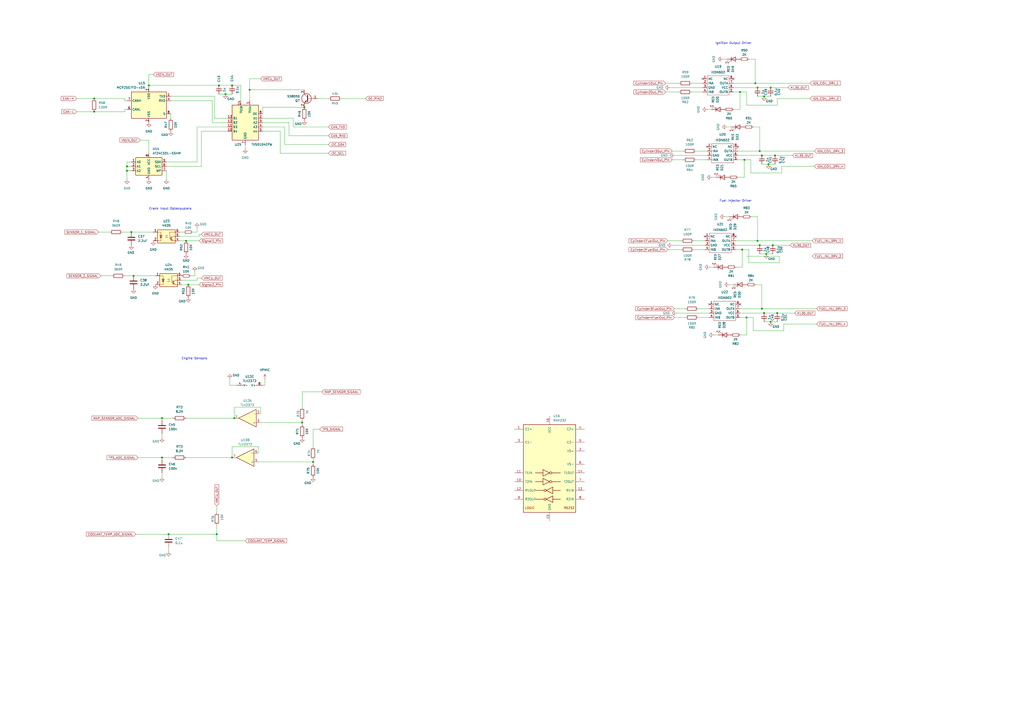
<source format=kicad_sch>
(kicad_sch (version 20250114) (generator "eeschema") (generator_version "9.0")
  (paper "A2")
  (lib_symbols
    (symbol "Amplifier_Operational:TLV2372" (pin_names (offset 0.127))
      (property "Reference" "U" (at 0 5.08 0))
      (property "Value" "TLV2372" (at 0 -5.08 0))
      (symbol "TLV2372_1_1"
        (pin input line (at -7.62 2.54 0) (length 2.54) (name "+") (number "3"))
        (pin input line (at -7.62 -2.54 0) (length 2.54) (name "-") (number "2"))
        (pin output line (at 7.62 0 180) (length 2.54) (name "~") (number "1"))
      )
      (symbol "TLV2372_2_1"
        (pin input line (at -7.62 2.54 0) (length 2.54) (name "+") (number "5"))
        (pin input line (at -7.62 -2.54 0) (length 2.54) (name "-") (number "6"))
        (pin output line (at 7.62 0 180) (length 2.54) (name "~") (number "7"))
      )
      (symbol "TLV2372_3_1"
        (pin power_in line (at -2.54 7.62 270) (length 3.81) (name "V+") (number "8"))
        (pin power_in line (at -2.54 -7.62 90) (length 3.81) (name "V-") (number "4"))
      )
    )
    (symbol "Device:C" (pin_numbers (hide yes)) (pin_names (offset 0.254))
      (property "Reference" "C" (at 0.635 2.54 0))
      (property "Value" "C" (at 0.635 -2.54 0))
      (symbol "C_1_1"
        (pin passive line (at 0 3.81 270) (length 2.794) (name "~") (number "1"))
        (pin passive line (at 0 -3.81 90) (length 2.794) (name "~") (number "2"))
      )
    )
    (symbol "Device:C_Small" (pin_numbers (hide yes)) (pin_names (offset 0.254) (hide yes))
      (property "Reference" "C" (at 0.254 1.778 0))
      (property "Value" "C_Small" (at 0.254 -2.032 0))
      (symbol "C_Small_1_1"
        (pin passive line (at 0 2.54 270) (length 2.032) (name "~") (number "1"))
        (pin passive line (at 0 -2.54 90) (length 2.032) (name "~") (number "2"))
      )
    )
    (symbol "Device:LED" (pin_numbers (hide yes)) (pin_names (offset 1.016) (hide yes))
      (property "Reference" "D" (at 0 2.54 0))
      (property "Value" "LED" (at 0 -2.54 0))
      (symbol "LED_1_1"
        (pin passive line (at -3.81 0 0) (length 2.54) (name "K") (number "1"))
        (pin passive line (at 3.81 0 180) (length 2.54) (name "A") (number "2"))
      )
    )
    (symbol "Device:R" (pin_numbers (hide yes)) (pin_names (offset 0))
      (property "Reference" "R" (at 2.032 0 90))
      (property "Value" "R" (at 0 0 90))
      (symbol "R_1_1"
        (pin passive line (at 0 3.81 270) (length 1.27) (name "~") (number "1"))
        (pin passive line (at 0 -3.81 90) (length 1.27) (name "~") (number "2"))
      )
    )
    (symbol "Device:R_Small" (pin_numbers (hide yes)) (pin_names (offset 0.254) (hide yes))
      (property "Reference" "R" (at 0.762 0.508 0))
      (property "Value" "R_Small" (at 0.762 -1.016 0))
      (symbol "R_Small_1_1"
        (pin passive line (at 0 2.54 270) (length 0.762) (name "~") (number "1"))
        (pin passive line (at 0 -2.54 90) (length 0.762) (name "~") (number "2"))
      )
    )
    (symbol "Interface_CAN_LIN:MCP2557FD-xSN"
      (property "Reference" "U" (at -10.16 10.16 0))
      (property "Value" "MCP2557FD-xSN" (at 2.54 10.16 0))
      (symbol "MCP2557FD-xSN_1_1"
        (pin input line (at -12.7 5.08 0) (length 2.54) (name "TXD") (number "1"))
        (pin output line (at -12.7 2.54 0) (length 2.54) (name "RXD") (number "4"))
        (pin input line (at -12.7 -5.08 0) (length 2.54) (name "S") (number "8"))
        (pin no_connect line (at -10.16 -2.54 0) (length 2.54) (hide yes) (name "NC") (number "5"))
        (pin power_in line (at 0 10.16 270) (length 2.54) (name "VDD") (number "3"))
        (pin power_in line (at 0 -10.16 90) (length 2.54) (name "VSS") (number "2"))
        (pin bidirectional line (at 12.7 2.54 180) (length 2.54) (name "CANH") (number "7"))
        (pin bidirectional line (at 12.7 -2.54 180) (length 2.54) (name "CANL") (number "6"))
      )
    )
    (symbol "Interface_UART:MAX232" (pin_names (offset 1.016))
      (property "Reference" "U" (at -2.54 28.575 0))
      (property "Value" "MAX232" (at -2.54 26.67 0))
      (symbol "MAX232_0_0"
        (text "LOGIC" (at -11.43 -22.86 0) (effects (font (size 1.27 1.27))))
        (text "RS232" (at 11.43 -22.86 0) (effects (font (size 1.27 1.27))))
      )
      (symbol "MAX232_1_1"
        (pin passive line (at -20.32 22.86 0) (length 5.08) (name "C1+") (number "1"))
        (pin passive line (at -20.32 15.24 0) (length 5.08) (name "C1-") (number "3"))
        (pin input line (at -20.32 -2.54 0) (length 5.08) (name "T1IN") (number "11"))
        (pin input line (at -20.32 -7.62 0) (length 5.08) (name "T2IN") (number "10"))
        (pin output line (at -20.32 -12.7 0) (length 5.08) (name "R1OUT") (number "12"))
        (pin output line (at -20.32 -17.78 0) (length 5.08) (name "R2OUT") (number "9"))
        (pin power_in line (at 0 30.48 270) (length 5.08) (name "VCC") (number "16"))
        (pin power_in line (at 0 -30.48 90) (length 5.08) (name "GND") (number "15"))
        (pin passive line (at 20.32 22.86 180) (length 5.08) (name "C2+") (number "4"))
        (pin passive line (at 20.32 15.24 180) (length 5.08) (name "C2-") (number "5"))
        (pin power_out line (at 20.32 10.16 180) (length 5.08) (name "VS+") (number "2"))
        (pin power_out line (at 20.32 2.54 180) (length 5.08) (name "VS-") (number "6"))
        (pin output line (at 20.32 -2.54 180) (length 5.08) (name "T1OUT") (number "14"))
        (pin output line (at 20.32 -7.62 180) (length 5.08) (name "T2OUT") (number "7"))
        (pin input line (at 20.32 -12.7 180) (length 5.08) (name "R1IN") (number "13"))
        (pin input line (at 20.32 -17.78 180) (length 5.08) (name "R2IN") (number "8"))
      )
    )
    (symbol "Isolator:4N35" (pin_names (offset 1.016))
      (property "Reference" "U" (at -5.08 5.08 0))
      (property "Value" "4N35" (at 0 5.08 0))
      (symbol "4N35_1_1"
        (pin passive line (at -7.62 2.54 0) (length 2.54) (name "~") (number "1"))
        (pin passive line (at -7.62 -2.54 0) (length 2.54) (name "~") (number "2"))
        (pin no_connect line (at -5.08 0 0) (length 2.54) (hide yes) (name "NC") (number "3"))
        (pin passive line (at 7.62 2.54 180) (length 2.54) (name "~") (number "6"))
        (pin passive line (at 7.62 0 180) (length 2.54) (name "~") (number "5"))
        (pin passive line (at 7.62 -2.54 180) (length 2.54) (name "~") (number "4"))
      )
    )
    (symbol "Library_sym.pretty:IXDN602SIA"
      (property "Reference" "U" (at 0 -6.858 0))
      (symbol "IXDN602SIA_1_1"
        (pin passive line (at -8.89 3.81 0) (length 2.54) (name "NC") (number "1"))
        (pin passive line (at -8.89 1.27 0) (length 2.54) (name "INA") (number "2"))
        (pin passive line (at -8.89 -1.27 0) (length 2.54) (name "GND") (number "3"))
        (pin passive line (at -8.89 -3.81 0) (length 2.54) (name "INB") (number "4"))
        (pin passive line (at 8.89 3.81 180) (length 2.54) (name "NC") (number "8"))
        (pin passive line (at 8.89 1.27 180) (length 2.54) (name "OUTA") (number "7"))
        (pin passive line (at 8.89 -1.27 180) (length 2.54) (name "VCC") (number "6"))
        (pin passive line (at 8.89 -3.81 180) (length 2.54) (name "OUTB") (number "5"))
      )
    )
    (symbol "Logic_LevelTranslator:TXS0104EPW"
      (property "Reference" "U" (at -7.62 11.43 0))
      (property "Value" "TXS0104EPW" (at 3.81 11.43 0))
      (symbol "TXS0104EPW_1_0"
        (pin no_connect line (at -7.62 -7.62 0) (length 2.54) (hide yes) (name "NC") (number "6"))
        (pin no_connect line (at 7.62 -7.62 180) (length 2.54) (hide yes) (name "NC") (number "9"))
      )
      (symbol "TXS0104EPW_1_1"
        (pin input line (at -10.16 5.08 0) (length 2.54) (name "OE") (number "8"))
        (pin bidirectional line (at -10.16 2.54 0) (length 2.54) (name "A1") (number "2"))
        (pin bidirectional line (at -10.16 0 0) (length 2.54) (name "A2") (number "3"))
        (pin bidirectional line (at -10.16 -2.54 0) (length 2.54) (name "A3") (number "4"))
        (pin bidirectional line (at -10.16 -5.08 0) (length 2.54) (name "A4") (number "5"))
        (pin power_in line (at -2.54 12.7 270) (length 2.54) (name "V_{CCA}") (number "1"))
        (pin power_in line (at 0 -12.7 90) (length 2.54) (name "GND") (number "7"))
        (pin power_in line (at 2.54 12.7 270) (length 2.54) (name "V_{CCB}") (number "14"))
        (pin bidirectional line (at 10.16 2.54 180) (length 2.54) (name "B1") (number "13"))
        (pin bidirectional line (at 10.16 0 180) (length 2.54) (name "B2") (number "12"))
        (pin bidirectional line (at 10.16 -2.54 180) (length 2.54) (name "B3") (number "11"))
        (pin bidirectional line (at 10.16 -5.08 180) (length 2.54) (name "B4") (number "10"))
      )
    )
    (symbol "Memory_EEPROM:AT24CS01-SSHM"
      (property "Reference" "U" (at -7.62 6.35 0))
      (property "Value" "AT24CS01-SSHM" (at 2.54 -6.35 0))
      (symbol "AT24CS01-SSHM_1_1"
        (pin input line (at -10.16 2.54 0) (length 2.54) (name "A0") (number "1"))
        (pin input line (at -10.16 0 0) (length 2.54) (name "A1") (number "2"))
        (pin input line (at -10.16 -2.54 0) (length 2.54) (name "A2") (number "3"))
        (pin power_in line (at 0 7.62 270) (length 2.54) (name "VCC") (number "8"))
        (pin power_in line (at 0 -7.62 90) (length 2.54) (name "GND") (number "4"))
        (pin bidirectional line (at 10.16 2.54 180) (length 2.54) (name "SDA") (number "5"))
        (pin input line (at 10.16 0 180) (length 2.54) (name "SCL") (number "6"))
        (pin input line (at 10.16 -2.54 180) (length 2.54) (name "WP") (number "7"))
      )
    )
    (symbol "Transistor_BJT:SS8050" (pin_names (offset 0) (hide yes))
      (property "Reference" "Q" (at 5.08 1.905 0))
      (property "Value" "SS8050" (at 5.08 0 0))
      (symbol "SS8050_1_1"
        (pin input line (at -5.08 0 0) (length 2.54) (name "B") (number "1"))
        (pin passive line (at 2.54 5.08 270) (length 2.54) (name "C") (number "3"))
        (pin passive line (at 2.54 -5.08 90) (length 2.54) (name "E") (number "2"))
      )
    )
    (symbol "power:+5VP" (power) (pin_numbers (hide yes)) (pin_names (offset 0) (hide yes))
      (property "Value" "+5VP" (at 0 3.556 0))
      (symbol "+5VP_1_1"
        (pin power_in line (at 0 0 90) (length 0) (name "~") (number "1"))
      )
    )
    (symbol "power:GND" (power) (pin_numbers (hide yes)) (pin_names (offset 0) (hide yes))
      (property "Value" "GND" (at 0 -3.81 0))
      (symbol "GND_1_1"
        (pin power_in line (at 0 0 270) (length 0) (name "~") (number "1"))
      )
    )
  )
  (text "Crank Input Optocouplers" (at 98.806 121.158 0) (effects (font (size 1.27 1.27))))
  (text "Fuel Injector Driver" (at 426.72 116.586 0) (effects (font (size 1.27 1.27))))
  (text "Engine Sensors" (at 112.776 208.026 0) (effects (font (size 1.27 1.27))))
  (text "Ignition Output Driver" (at 425.45 25.146 0) (effects (font (size 1.27 1.27))))
  (junction (at 181.61 267.97))
  (junction (at 445.77 95.25))
  (junction (at 450.85 181.61))
  (junction (at 135.89 242.57))
  (junction (at 109.22 165.1))
  (junction (at 443.23 181.61))
  (junction (at 176.53 62.23))
  (junction (at 54.61 64.77))
  (junction (at 439.42 50.8))
  (junction (at 438.15 48.26))
  (junction (at 441.96 179.07))
  (junction (at 444.5 147.32))
  (junction (at 440.69 142.24))
  (junction (at 76.2 134.62))
  (junction (at 97.79 309.88))
  (junction (at 134.62 265.43))
  (junction (at 93.98 242.57))
  (junction (at 441.96 90.17))
  (junction (at 429.26 53.34))
  (junction (at 134.62 49.53))
  (junction (at 127 49.53))
  (junction (at 144.78 52.07))
  (junction (at 447.04 186.69))
  (junction (at 175.26 245.11))
  (junction (at 77.47 160.02))
  (junction (at 430.53 144.78))
  (junction (at 440.69 87.63))
  (junction (at 443.23 55.88))
  (junction (at 447.04 50.8))
  (junction (at 73.66 99.06))
  (junction (at 73.66 96.52))
  (junction (at 125.73 309.88))
  (junction (at 433.07 184.15))
  (junction (at 107.95 139.7))
  (junction (at 54.61 57.15))
  (junction (at 130.81 54.61))
  (junction (at 86.36 49.53))
  (junction (at 439.42 139.7))
  (junction (at 93.98 265.43))
  (junction (at 431.8 92.71))
  (junction (at 448.31 142.24))
  (junction (at 449.58 90.17))
  (no_connect (at 425.45 45.72))
  (no_connect (at 410.21 85.09))
  (no_connect (at 408.94 137.16))
  (no_connect (at 411.48 176.53))
  (no_connect (at 426.72 137.16))
  (no_connect (at 427.99 85.09))
  (no_connect (at 429.26 176.53))
  (no_connect (at 407.67 45.72))
  (wire (pts (xy 453.39 96.52) (xy 472.44 96.52)))
  (wire (pts (xy 427.99 90.17) (xy 441.96 90.17)))
  (wire (pts (xy 109.22 165.1) (xy 115.57 165.1)))
  (wire (pts (xy 114.3 93.98) (xy 114.3 73.66)))
  (wire (pts (xy 438.15 165.1) (xy 441.96 165.1)))
  (wire (pts (xy 439.42 55.88) (xy 443.23 55.88)))
  (wire (pts (xy 86.36 49.53) (xy 127 49.53)))
  (wire (pts (xy 443.23 186.69) (xy 447.04 186.69)))
  (wire (pts (xy 198.12 57.15) (xy 212.09 57.15)))
  (wire (pts (xy 165.1 83.82) (xy 190.5 83.82)))
  (wire (pts (xy 448.31 142.24) (xy 458.47 142.24)))
  (wire (pts (xy 99.06 66.04) (xy 99.06 68.58)))
  (wire (pts (xy 391.16 90.17) (xy 410.21 90.17)))
  (wire (pts (xy 93.98 254) (xy 93.98 251.46)))
  (wire (pts (xy 175.26 245.11) (xy 175.26 246.38)))
  (wire (pts (xy 127 49.53) (xy 134.62 49.53)))
  (wire (pts (xy 425.45 165.1) (xy 422.91 165.1)))
  (wire (pts (xy 429.26 181.61) (xy 443.23 181.61)))
  (wire (pts (xy 134.62 259.08) (xy 134.62 265.43)))
  (wire (pts (xy 152.4 71.12) (xy 167.64 71.12)))
  (wire (pts (xy 162.56 76.2) (xy 152.4 76.2)))
  (wire (pts (xy 441.96 165.1) (xy 441.96 179.07)))
  (wire (pts (xy 93.98 242.57) (xy 93.98 243.84)))
  (wire (pts (xy 114.3 132.08) (xy 114.3 134.62)))
  (wire (pts (xy 170.18 73.66) (xy 190.5 73.66)))
  (wire (pts (xy 438.15 48.26) (xy 469.9 48.26)))
  (wire (pts (xy 440.69 147.32) (xy 444.5 147.32)))
  (wire (pts (xy 125.73 293.37) (xy 125.73 297.18)))
  (wire (pts (xy 427.99 92.71) (xy 431.8 92.71)))
  (wire (pts (xy 422.91 125.73) (xy 420.37 125.73)))
  (wire (pts (xy 104.14 134.62) (xy 106.68 134.62)))
  (wire (pts (xy 444.5 147.32) (xy 448.31 147.32)))
  (wire (pts (xy 435.61 100.33) (xy 435.61 92.71)))
  (wire (pts (xy 80.01 265.43) (xy 93.98 265.43)))
  (wire (pts (xy 144.78 52.07) (xy 176.53 52.07)))
  (wire (pts (xy 426.72 144.78) (xy 430.53 144.78)))
  (wire (pts (xy 430.53 154.94) (xy 430.53 144.78)))
  (wire (pts (xy 99.06 58.42) (xy 123.19 58.42)))
  (wire (pts (xy 427.99 102.87) (xy 431.8 102.87)))
  (wire (pts (xy 151.13 240.03) (xy 151.13 236.22)))
  (wire (pts (xy 391.16 184.15) (xy 397.51 184.15)))
  (wire (pts (xy 165.1 73.66) (xy 165.1 83.82)))
  (wire (pts (xy 76.2 134.62) (xy 88.9 134.62)))
  (wire (pts (xy 425.45 50.8) (xy 439.42 50.8)))
  (wire (pts (xy 71.12 134.62) (xy 76.2 134.62)))
  (wire (pts (xy 57.15 134.62) (xy 63.5 134.62)))
  (wire (pts (xy 115.57 137.16) (xy 104.14 137.16)))
  (wire (pts (xy 438.15 34.29) (xy 438.15 48.26)))
  (wire (pts (xy 429.26 179.07) (xy 441.96 179.07)))
  (wire (pts (xy 152.4 223.52) (xy 153.67 223.52)))
  (wire (pts (xy 127 54.61) (xy 130.81 54.61)))
  (wire (pts (xy 425.45 48.26) (xy 438.15 48.26)))
  (wire (pts (xy 436.88 191.77) (xy 436.88 184.15)))
  (wire (pts (xy 387.35 139.7) (xy 394.97 139.7)))
  (wire (pts (xy 114.3 73.66) (xy 132.08 73.66)))
  (wire (pts (xy 440.69 73.66) (xy 440.69 87.63)))
  (wire (pts (xy 124.46 55.88) (xy 124.46 68.58)))
  (wire (pts (xy 116.84 76.2) (xy 132.08 76.2)))
  (wire (pts (xy 439.42 139.7) (xy 471.17 139.7)))
  (wire (pts (xy 72.39 64.77) (xy 72.39 63.5)))
  (wire (pts (xy 453.39 96.52) (xy 453.39 100.33)))
  (wire (pts (xy 78.74 309.88) (xy 97.79 309.88)))
  (wire (pts (xy 44.45 64.77) (xy 54.61 64.77)))
  (wire (pts (xy 73.66 96.52) (xy 76.2 96.52)))
  (wire (pts (xy 123.19 58.42) (xy 123.19 71.12)))
  (wire (pts (xy 429.26 63.5) (xy 429.26 53.34)))
  (wire (pts (xy 190.5 88.9) (xy 162.56 88.9)))
  (wire (pts (xy 389.89 142.24) (xy 408.94 142.24)))
  (wire (pts (xy 426.72 154.94) (xy 430.53 154.94)))
  (wire (pts (xy 454.66 187.96) (xy 454.66 191.77)))
  (wire (pts (xy 162.56 88.9) (xy 162.56 76.2)))
  (wire (pts (xy 115.57 135.89) (xy 115.57 137.16)))
  (wire (pts (xy 452.12 152.4) (xy 434.34 152.4)))
  (wire (pts (xy 441.96 95.25) (xy 445.77 95.25)))
  (wire (pts (xy 72.39 160.02) (xy 77.47 160.02)))
  (wire (pts (xy 124.46 68.58) (xy 132.08 68.58)))
  (wire (pts (xy 86.36 43.18) (xy 86.36 49.53)))
  (wire (pts (xy 176.53 62.23) (xy 152.4 62.23)))
  (wire (pts (xy 81.28 81.28) (xy 86.36 81.28)))
  (wire (pts (xy 72.39 63.5) (xy 73.66 63.5)))
  (wire (pts (xy 77.47 160.02) (xy 90.17 160.02)))
  (wire (pts (xy 153.67 219.71) (xy 153.67 223.52)))
  (wire (pts (xy 113.03 157.48) (xy 113.03 160.02)))
  (wire (pts (xy 386.08 48.26) (xy 393.7 48.26)))
  (wire (pts (xy 107.95 242.57) (xy 135.89 242.57)))
  (wire (pts (xy 450.85 60.96) (xy 433.07 60.96)))
  (wire (pts (xy 170.18 68.58) (xy 170.18 73.66)))
  (wire (pts (xy 388.62 50.8) (xy 407.67 50.8)))
  (wire (pts (xy 441.96 90.17) (xy 449.58 90.17)))
  (wire (pts (xy 433.07 184.15) (xy 436.88 184.15)))
  (wire (pts (xy 452.12 148.59) (xy 433.07 148.59)))
  (wire (pts (xy 139.7 49.53) (xy 139.7 58.42)))
  (wire (pts (xy 445.77 95.25) (xy 449.58 95.25)))
  (wire (pts (xy 387.35 144.78) (xy 394.97 144.78)))
  (wire (pts (xy 434.34 34.29) (xy 438.15 34.29)))
  (wire (pts (xy 54.61 57.15) (xy 72.39 57.15)))
  (wire (pts (xy 54.61 64.77) (xy 72.39 64.77)))
  (wire (pts (xy 152.4 62.23) (xy 152.4 66.04)))
  (wire (pts (xy 151.13 45.72) (xy 144.78 45.72)))
  (wire (pts (xy 152.4 68.58) (xy 170.18 68.58)))
  (wire (pts (xy 402.59 139.7) (xy 408.94 139.7)))
  (wire (pts (xy 72.39 57.15) (xy 72.39 58.42)))
  (wire (pts (xy 181.61 266.7) (xy 181.61 267.97)))
  (wire (pts (xy 454.66 191.77) (xy 436.88 191.77)))
  (wire (pts (xy 403.86 92.71) (xy 410.21 92.71)))
  (wire (pts (xy 86.36 81.28) (xy 86.36 88.9)))
  (wire (pts (xy 133.35 219.71) (xy 133.35 223.52)))
  (wire (pts (xy 93.98 276.86) (xy 93.98 274.32)))
  (wire (pts (xy 405.13 179.07) (xy 411.48 179.07)))
  (wire (pts (xy 73.66 99.06) (xy 76.2 99.06)))
  (wire (pts (xy 134.62 49.53) (xy 139.7 49.53)))
  (wire (pts (xy 426.72 139.7) (xy 439.42 139.7)))
  (wire (pts (xy 443.23 55.88) (xy 447.04 55.88)))
  (wire (pts (xy 114.3 161.29) (xy 116.84 161.29)))
  (wire (pts (xy 97.79 320.04) (xy 97.79 317.5)))
  (wire (pts (xy 439.42 50.8) (xy 447.04 50.8)))
  (wire (pts (xy 450.85 57.15) (xy 469.9 57.15)))
  (wire (pts (xy 93.98 265.43) (xy 93.98 266.7)))
  (wire (pts (xy 401.32 48.26) (xy 407.67 48.26)))
  (wire (pts (xy 433.07 194.31) (xy 433.07 184.15)))
  (wire (pts (xy 431.8 102.87) (xy 431.8 92.71)))
  (wire (pts (xy 401.32 53.34) (xy 407.67 53.34)))
  (wire (pts (xy 149.86 267.97) (xy 181.61 267.97)))
  (wire (pts (xy 453.39 100.33) (xy 435.61 100.33)))
  (wire (pts (xy 104.14 139.7) (xy 107.95 139.7)))
  (wire (pts (xy 431.8 92.71) (xy 435.61 92.71)))
  (wire (pts (xy 144.78 45.72) (xy 144.78 52.07)))
  (wire (pts (xy 96.52 93.98) (xy 114.3 93.98)))
  (wire (pts (xy 97.79 309.88) (xy 125.73 309.88)))
  (wire (pts (xy 181.61 248.92) (xy 185.42 248.92)))
  (wire (pts (xy 452.12 148.59) (xy 452.12 152.4)))
  (wire (pts (xy 105.41 165.1) (xy 109.22 165.1)))
  (wire (pts (xy 454.66 187.96) (xy 473.71 187.96)))
  (wire (pts (xy 434.34 152.4) (xy 434.34 144.78)))
  (wire (pts (xy 133.35 223.52) (xy 137.16 223.52)))
  (wire (pts (xy 151.13 245.11) (xy 175.26 245.11)))
  (wire (pts (xy 96.52 99.06) (xy 96.52 104.14)))
  (wire (pts (xy 441.96 179.07) (xy 473.71 179.07)))
  (wire (pts (xy 403.86 87.63) (xy 410.21 87.63)))
  (wire (pts (xy 186.69 227.33) (xy 175.26 227.33)))
  (wire (pts (xy 175.26 243.84) (xy 175.26 245.11)))
  (wire (pts (xy 181.61 267.97) (xy 181.61 269.24)))
  (wire (pts (xy 110.49 160.02) (xy 113.03 160.02)))
  (wire (pts (xy 116.84 96.52) (xy 116.84 76.2)))
  (wire (pts (xy 429.26 194.31) (xy 433.07 194.31)))
  (wire (pts (xy 443.23 181.61) (xy 450.85 181.61)))
  (wire (pts (xy 86.36 49.53) (xy 86.36 50.8)))
  (wire (pts (xy 391.16 179.07) (xy 397.51 179.07)))
  (wire (pts (xy 72.39 58.42) (xy 73.66 58.42)))
  (wire (pts (xy 125.73 304.8) (xy 125.73 309.88)))
  (wire (pts (xy 135.89 236.22) (xy 135.89 242.57)))
  (wire (pts (xy 450.85 57.15) (xy 450.85 60.96)))
  (wire (pts (xy 149.86 262.89) (xy 149.86 259.08)))
  (wire (pts (xy 151.13 236.22) (xy 135.89 236.22)))
  (wire (pts (xy 144.78 52.07) (xy 144.78 58.42)))
  (wire (pts (xy 152.4 73.66) (xy 165.1 73.66)))
  (wire (pts (xy 389.89 87.63) (xy 396.24 87.63)))
  (wire (pts (xy 107.95 265.43) (xy 134.62 265.43)))
  (wire (pts (xy 58.42 160.02) (xy 64.77 160.02)))
  (wire (pts (xy 416.56 194.31) (xy 414.02 194.31)))
  (wire (pts (xy 175.26 227.33) (xy 175.26 236.22)))
  (wire (pts (xy 440.69 87.63) (xy 472.44 87.63)))
  (wire (pts (xy 429.26 184.15) (xy 433.07 184.15)))
  (wire (pts (xy 389.89 92.71) (xy 396.24 92.71)))
  (wire (pts (xy 426.72 142.24) (xy 440.69 142.24)))
  (wire (pts (xy 415.29 102.87) (xy 412.75 102.87)))
  (wire (pts (xy 440.69 142.24) (xy 448.31 142.24)))
  (wire (pts (xy 167.64 71.12) (xy 167.64 78.74)))
  (wire (pts (xy 425.45 53.34) (xy 429.26 53.34)))
  (wire (pts (xy 142.24 83.82) (xy 142.24 86.36)))
  (wire (pts (xy 73.66 93.98) (xy 76.2 93.98)))
  (wire (pts (xy 114.3 161.29) (xy 114.3 162.56)))
  (wire (pts (xy 414.02 154.94) (xy 411.48 154.94)))
  (wire (pts (xy 427.99 87.63) (xy 440.69 87.63)))
  (wire (pts (xy 93.98 242.57) (xy 100.33 242.57)))
  (wire (pts (xy 425.45 63.5) (xy 429.26 63.5)))
  (wire (pts (xy 125.73 309.88) (xy 125.73 313.69)))
  (wire (pts (xy 44.45 57.15) (xy 54.61 57.15)))
  (wire (pts (xy 392.43 181.61) (xy 411.48 181.61)))
  (wire (pts (xy 447.04 186.69) (xy 450.85 186.69)))
  (wire (pts (xy 167.64 78.74) (xy 190.5 78.74)))
  (wire (pts (xy 73.66 96.52) (xy 73.66 93.98)))
  (wire (pts (xy 93.98 265.43) (xy 100.33 265.43)))
  (wire (pts (xy 73.66 99.06) (xy 73.66 104.14)))
  (wire (pts (xy 433.07 60.96) (xy 433.07 53.34)))
  (wire (pts (xy 386.08 53.34) (xy 393.7 53.34)))
  (wire (pts (xy 436.88 73.66) (xy 440.69 73.66)))
  (wire (pts (xy 99.06 55.88) (xy 124.46 55.88)))
  (wire (pts (xy 424.18 73.66) (xy 421.64 73.66)))
  (wire (pts (xy 123.19 71.12) (xy 132.08 71.12)))
  (wire (pts (xy 96.52 96.52) (xy 116.84 96.52)))
  (wire (pts (xy 447.04 50.8) (xy 457.2 50.8)))
  (wire (pts (xy 125.73 313.69) (xy 142.24 313.69)))
  (wire (pts (xy 114.3 162.56) (xy 105.41 162.56)))
  (wire (pts (xy 115.57 135.89) (xy 116.84 135.89)))
  (wire (pts (xy 430.53 144.78) (xy 434.34 144.78)))
  (wire (pts (xy 111.76 134.62) (xy 114.3 134.62)))
  (wire (pts (xy 449.58 90.17) (xy 459.74 90.17)))
  (wire (pts (xy 429.26 53.34) (xy 433.07 53.34)))
  (wire (pts (xy 80.01 242.57) (xy 93.98 242.57)))
  (wire (pts (xy 88.9 43.18) (xy 86.36 43.18)))
  (wire (pts (xy 130.81 54.61) (xy 134.62 54.61)))
  (wire (pts (xy 402.59 144.78) (xy 408.94 144.78)))
  (wire (pts (xy 412.75 63.5) (xy 410.21 63.5)))
  (wire (pts (xy 439.42 125.73) (xy 439.42 139.7)))
  (wire (pts (xy 184.15 57.15) (xy 190.5 57.15)))
  (wire (pts (xy 450.85 181.61) (xy 461.01 181.61)))
  (wire (pts (xy 181.61 248.92) (xy 181.61 259.08)))
  (wire (pts (xy 134.62 259.08) (xy 149.86 259.08)))
  (wire (pts (xy 421.64 34.29) (xy 419.1 34.29)))
  (wire (pts (xy 435.61 125.73) (xy 439.42 125.73)))
  (wire (pts (xy 107.95 139.7) (xy 115.57 139.7)))
  (wire (pts (xy 73.66 99.06) (xy 73.66 96.52)))
  (wire (pts (xy 405.13 184.15) (xy 411.48 184.15)))
  (global_label "TPS_ADC_SIGNAL" (shape input) (at 80.01 265.43 180) (property "Intersheetrefs" "${INTERSHEET_REFS}" (effects (hide yes))))
  (global_label "FUEL_INJ_DRV_3" (shape input) (at 473.71 179.07 0) (property "Intersheetrefs" "${INTERSHEET_REFS}" (effects (hide yes))))
  (global_label "IGN_COIL_DRV_4" (shape input) (at 472.44 96.52 0) (property "Intersheetrefs" "${INTERSHEET_REFS}" (effects (hide yes))))
  (global_label "COOLANT_TEMP_ADC_SIGNAL" (shape input) (at 78.74 309.88 180) (property "Intersheetrefs" "${INTERSHEET_REFS}" (effects (hide yes))))
  (global_label "VSEN_OUT" (shape input) (at 81.28 81.28 180) (property "Intersheetrefs" "${INTERSHEET_REFS}" (effects (hide yes))))
  (global_label "VMCU_OUT" (shape input) (at 125.73 293.37 90) (property "Intersheetrefs" "${INTERSHEET_REFS}" (effects (hide yes))))
  (global_label "CAN-L" (shape input) (at 44.45 64.77 180) (property "Intersheetrefs" "${INTERSHEET_REFS}" (effects (hide yes))))
  (global_label "VMCU_OUT" (shape input) (at 116.84 135.89 0) (property "Intersheetrefs" "${INTERSHEET_REFS}" (effects (hide yes))))
  (global_label "Cylinder1Out_Pin" (shape input) (at 386.08 48.26 180) (property "Intersheetrefs" "${INTERSHEET_REFS}" (effects (hide yes))))
  (global_label "Cylinder2Out_Pin" (shape input) (at 386.08 53.34 180) (property "Intersheetrefs" "${INTERSHEET_REFS}" (effects (hide yes))))
  (global_label "FUEL_INJ_DRV_4" (shape input) (at 473.71 187.96 0) (property "Intersheetrefs" "${INTERSHEET_REFS}" (effects (hide yes))))
  (global_label "TPS_SIGNAL" (shape input) (at 185.42 248.92 0) (property "Intersheetrefs" "${INTERSHEET_REFS}" (effects (hide yes))))
  (global_label "Signal2_Pin" (shape input) (at 115.57 165.1 0) (property "Intersheetrefs" "${INTERSHEET_REFS}" (effects (hide yes))))
  (global_label "Cylinder3Out_Pin" (shape input) (at 389.89 87.63 180) (property "Intersheetrefs" "${INTERSHEET_REFS}" (effects (hide yes))))
  (global_label "Cylinder2FuelOut_Pin" (shape input) (at 387.35 144.78 180) (property "Intersheetrefs" "${INTERSHEET_REFS}" (effects (hide yes))))
  (global_label "IGN_COIL_DRV_2" (shape input) (at 469.9 57.15 0) (property "Intersheetrefs" "${INTERSHEET_REFS}" (effects (hide yes))))
  (global_label "CAN_TXD" (shape input) (at 190.5 73.66 0) (property "Intersheetrefs" "${INTERSHEET_REFS}" (effects (hide yes))))
  (global_label "I2C_SCL" (shape input) (at 190.5 88.9 0) (property "Intersheetrefs" "${INTERSHEET_REFS}" (effects (hide yes))))
  (global_label "KL30_OUT" (shape input) (at 461.01 181.61 0) (property "Intersheetrefs" "${INTERSHEET_REFS}" (effects (hide yes))))
  (global_label "Cylinder3FuelOut_Pin" (shape input) (at 391.16 179.07 180) (property "Intersheetrefs" "${INTERSHEET_REFS}" (effects (hide yes))))
  (global_label "Cylinder4Out_Pin" (shape input) (at 389.89 92.71 180) (property "Intersheetrefs" "${INTERSHEET_REFS}" (effects (hide yes))))
  (global_label "Signal1_Pin" (shape input) (at 115.57 139.7 0) (property "Intersheetrefs" "${INTERSHEET_REFS}" (effects (hide yes))))
  (global_label "I2C_SDA" (shape input) (at 190.5 83.82 0) (property "Intersheetrefs" "${INTERSHEET_REFS}" (effects (hide yes))))
  (global_label "MAP_SENSOR_SIGNAL" (shape input) (at 186.69 227.33 0) (property "Intersheetrefs" "${INTERSHEET_REFS}" (effects (hide yes))))
  (global_label "CAN_RXD" (shape input) (at 190.5 78.74 0) (property "Intersheetrefs" "${INTERSHEET_REFS}" (effects (hide yes))))
  (global_label "IGN_COIL_DRV_3" (shape input) (at 472.44 87.63 0) (property "Intersheetrefs" "${INTERSHEET_REFS}" (effects (hide yes))))
  (global_label "SENSOR_1_SIGNAL" (shape input) (at 57.15 134.62 180) (property "Intersheetrefs" "${INTERSHEET_REFS}" (effects (hide yes))))
  (global_label "SENSOR_2_SIGNAL" (shape input) (at 58.42 160.02 180) (property "Intersheetrefs" "${INTERSHEET_REFS}" (effects (hide yes))))
  (global_label "KL30_OUT" (shape input) (at 457.2 50.8 0) (property "Intersheetrefs" "${INTERSHEET_REFS}" (effects (hide yes))))
  (global_label "KL30_OUT" (shape input) (at 459.74 90.17 0) (property "Intersheetrefs" "${INTERSHEET_REFS}" (effects (hide yes))))
  (global_label "Cylinder4FuelOut_Pin" (shape input) (at 391.16 184.15 180) (property "Intersheetrefs" "${INTERSHEET_REFS}" (effects (hide yes))))
  (global_label "VSEN_OUT" (shape input) (at 88.9 43.18 0) (property "Intersheetrefs" "${INTERSHEET_REFS}" (effects (hide yes))))
  (global_label "COOLANT_TEMP_SIGNAL" (shape input) (at 142.24 313.69 0) (property "Intersheetrefs" "${INTERSHEET_REFS}" (effects (hide yes))))
  (global_label "MAP_SENSOR_ADC_SIGNAL" (shape input) (at 80.01 242.57 180) (property "Intersheetrefs" "${INTERSHEET_REFS}" (effects (hide yes))))
  (global_label "FUEL_INJ_DRV_1" (shape input) (at 471.17 139.7 0) (property "Intersheetrefs" "${INTERSHEET_REFS}" (effects (hide yes))))
  (global_label "KL30_OUT" (shape input) (at 458.47 142.24 0) (property "Intersheetrefs" "${INTERSHEET_REFS}" (effects (hide yes))))
  (global_label "FUEL_INJ_DRV_2" (shape input) (at 471.17 148.59 0) (property "Intersheetrefs" "${INTERSHEET_REFS}" (effects (hide yes))))
  (global_label "CAN-H" (shape input) (at 44.45 57.15 180) (property "Intersheetrefs" "${INTERSHEET_REFS}" (effects (hide yes))))
  (global_label "VMCU_OUT" (shape input) (at 151.13 45.72 0) (property "Intersheetrefs" "${INTERSHEET_REFS}" (effects (hide yes))))
  (global_label "OE_PIN2" (shape input) (at 212.09 57.15 0) (property "Intersheetrefs" "${INTERSHEET_REFS}" (effects (hide yes))))
  (global_label "IGN_COIL_DRV_1" (shape input) (at 469.9 48.26 0) (property "Intersheetrefs" "${INTERSHEET_REFS}" (effects (hide yes))))
  (global_label "Cylinder1FuelOut_Pin" (shape input) (at 387.35 139.7 180) (property "Intersheetrefs" "${INTERSHEET_REFS}" (effects (hide yes))))
  (global_label "VMCU_OUT" (shape input) (at 116.84 161.29 0) (property "Intersheetrefs" "${INTERSHEET_REFS}" (effects (hide yes))))
  (symbol (lib_id "Device:C_Small") (at 134.62 52.07 0) (unit 1)
    (property "Reference" "C44" (at 134.62 45.466 90))
    (property "Value" "0.1u" (at 137.668 52.07 90))
    (property "Footprint" "Capacitor_SMD:C_0603_1608Metric_Pad1.08x0.95mm_HandSolder" (effects (hide yes)))
    (property "Description" "Unpolarized capacitor, small symbol" (effects (hide yes)))
  )
  (symbol (lib_id "Amplifier_Operational:TLV2372") (at 142.24 265.43 180) (unit 2)
    (property "Reference" "U13" (at 142.24 255.27 0))
    (property "Value" "TLV2372" (at 142.24 257.81 0))
    (property "Footprint" "Package_SO:SOIC-8_5.3x6.2mm_P1.27mm" (effects (hide yes)))
    (property "Datasheet" "http://www.ti.com/lit/ds/symlink/tlv2375.pdf" (effects (hide yes)))
    (property "Description" "Dual Rail-to-Rail Input/Output Operational Amplifier, DIP-8/SOIC-8/VSSOP-8" (effects (hide yes)))
  )
  (symbol (lib_id "Logic_LevelTranslator:TXS0104EPW") (at 142.24 71.12 0) (mirror y) (unit 1)
    (property "Reference" "U25" (at 140.0967 83.82 0) (effects (justify left)))
    (property "Value" "TXS0104EPW" (at 157.988 83.82 0) (effects (justify left)))
    (property "Footprint" "Package_SO:TSSOP-14_4.4x5mm_P0.65mm" (effects (hide yes)))
    (property "Datasheet" "www.ti.com/lit/ds/symlink/txs0104e.pdf" (effects (hide yes)))
    (property "Description" "Bidirectional  level-shifting voltage translator, TSSOP-14" (effects (hide yes)))
  )
  (symbol (lib_id "power:GND") (at 175.26 254 0) (unit 1)
    (property "Reference" "#PWR0119" (effects (hide yes)))
    (property "Value" "GND" (at 172.212 257.302 0))
    (property "Description" "Power symbol creates a global label with name \"GND\" , ground" (effects (hide yes)))
  )
  (symbol (lib_id "Device:C") (at 77.47 163.83 0) (unit 1)
    (property "Reference" "C38" (at 81.28 162.5599 0) (effects (justify left)))
    (property "Value" "2.2uF" (at 81.28 165.0999 0) (effects (justify left)))
    (property "Footprint" "Capacitor_SMD:C_0603_1608Metric_Pad1.08x0.95mm_HandSolder" (effects (hide yes)))
    (property "Description" "Unpolarized capacitor" (effects (hide yes)))
  )
  (symbol (lib_id "Device:R") (at 400.05 92.71 90) (unit 1)
    (property "Reference" "R64" (at 400.05 98.552 90))
    (property "Value" "100R" (at 400.05 96.266 90))
    (property "Footprint" "Resistor_SMD:R_0603_1608Metric_Pad0.98x0.95mm_HandSolder" (effects (hide yes)))
    (property "Description" "Resistor" (effects (hide yes)))
  )
  (symbol (lib_id "Amplifier_Operational:TLV2372") (at 144.78 226.06 270) (unit 3)
    (property "Reference" "U13" (at 144.78 218.44 90))
    (property "Value" "TLV2372" (at 144.78 220.98 90))
    (property "Footprint" "Package_SO:SOIC-8_5.3x6.2mm_P1.27mm" (effects (hide yes)))
    (property "Datasheet" "http://www.ti.com/lit/ds/symlink/tlv2375.pdf" (effects (hide yes)))
    (property "Description" "Dual Rail-to-Rail Input/Output Operational Amplifier, DIP-8/SOIC-8/VSSOP-8" (effects (hide yes)))
  )
  (symbol (lib_id "Interface_CAN_LIN:MCP2557FD-xSN") (at 86.36 60.96 0) (mirror y) (unit 1)
    (property "Reference" "U15" (at 84.2167 48.26 0) (effects (justify left)))
    (property "Value" "MCP2557FD-xSN" (at 84.2167 50.8 0) (effects (justify left)))
    (property "Footprint" "Package_SO:SOIC-8_3.9x4.9mm_P1.27mm" (effects (hide yes)))
    (property "Datasheet" "https://ww1.microchip.com/downloads/en/DeviceDoc/20005533A.pdf" (effects (hide yes)))
    (property "Description" "CAN FD Transceiver with Silent Mode, up to 8 Mbps, SOIC-8" (effects (hide yes)))
  )
  (symbol (lib_id "Device:C") (at 93.98 270.51 0) (unit 1)
    (property "Reference" "C46" (at 97.79 269.2399 0) (effects (justify left)))
    (property "Value" "100n" (at 97.79 271.7799 0) (effects (justify left)))
    (property "Footprint" "Capacitor_SMD:C_0603_1608Metric_Pad1.08x0.95mm_HandSolder" (effects (hide yes)))
    (property "Description" "Unpolarized capacitor" (effects (hide yes)))
  )
  (symbol (lib_id "power:GND") (at 107.95 147.32 0) (unit 1)
    (property "Reference" "#PWR0105" (effects (hide yes)))
    (property "Value" "GND" (at 107.95 151.13 0))
    (property "Description" "Power symbol creates a global label with name \"GND\" , ground" (effects (hide yes)))
  )
  (symbol (lib_id "Device:R") (at 398.78 144.78 90) (unit 1)
    (property "Reference" "R78" (at 398.78 150.622 90))
    (property "Value" "100R" (at 398.78 148.336 90))
    (property "Footprint" "Resistor_SMD:R_0603_1608Metric_Pad0.98x0.95mm_HandSolder" (effects (hide yes)))
    (property "Description" "Resistor" (effects (hide yes)))
  )
  (symbol (lib_id "Device:C_Small") (at 449.58 92.71 0) (unit 1)
    (property "Reference" "C42" (at 454.406 92.71 90))
    (property "Value" "0.1u" (at 452.628 92.71 90))
    (property "Footprint" "Capacitor_SMD:C_0603_1608Metric_Pad1.08x0.95mm_HandSolder" (effects (hide yes)))
    (property "Description" "Unpolarized capacitor, small symbol" (effects (hide yes)))
  )
  (symbol (lib_id "power:GND") (at 391.16 90.17 270) (unit 1)
    (property "Reference" "#PWR095" (effects (hide yes)))
    (property "Value" "GND" (at 387.35 90.1699 90) (effects (justify right)))
    (property "Description" "Power symbol creates a global label with name \"GND\" , ground" (effects (hide yes)))
  )
  (symbol (lib_id "Amplifier_Operational:TLV2372") (at 143.51 242.57 180) (unit 1)
    (property "Reference" "U13" (at 143.51 232.41 0))
    (property "Value" "TLV2372" (at 143.51 234.95 0))
    (property "Footprint" "Package_SO:SOIC-8_5.3x6.2mm_P1.27mm" (effects (hide yes)))
    (property "Datasheet" "http://www.ti.com/lit/ds/symlink/tlv2375.pdf" (effects (hide yes)))
    (property "Description" "Dual Rail-to-Rail Input/Output Operational Amplifier, DIP-8/SOIC-8/VSSOP-8" (effects (hide yes)))
  )
  (symbol (lib_id "Device:R") (at 181.61 273.05 0) (unit 1)
    (property "Reference" "R75" (at 178.816 273.05 90))
    (property "Value" "10K" (at 184.404 273.05 90))
    (property "Footprint" "Resistor_SMD:R_0603_1608Metric_Pad0.98x0.95mm_HandSolder" (effects (hide yes)))
    (property "Description" "Resistor" (effects (hide yes)))
  )
  (symbol (lib_id "power:GND") (at 97.79 320.04 0) (unit 1)
    (property "Reference" "#PWR0122" (effects (hide yes)))
    (property "Value" "GND" (at 94.234 322.072 0))
    (property "Description" "Power symbol creates a global label with name \"GND\" , ground" (effects (hide yes)))
  )
  (symbol (lib_id "Library_sym.pretty:IXDN602SIA") (at 417.83 140.97 0) (unit 1)
    (property "Reference" "U21" (at 417.83 130.048 0))
    (property "Value" "IXDN602" (at 417.83 133.35 0))
    (property "Footprint" "Package_SO:SO-8_3.9x4.9mm_P1.27mm" (effects (hide yes)))
  )
  (symbol (lib_id "Device:R_Small") (at 433.07 125.73 270) (unit 1)
    (property "Reference" "R83" (at 433.07 120.65 90))
    (property "Value" "2K" (at 433.07 123.19 90))
    (property "Footprint" "Resistor_SMD:R_0603_1608Metric_Pad0.98x0.95mm_HandSolder" (effects (hide yes)))
    (property "Description" "Resistor, small symbol" (effects (hide yes)))
  )
  (symbol (lib_id "Device:R_Small") (at 422.91 63.5 270) (mirror x) (unit 1)
    (property "Reference" "R60" (at 422.91 68.58 90))
    (property "Value" "2K" (at 422.91 66.04 90))
    (property "Footprint" "Resistor_SMD:R_0603_1608Metric_Pad0.98x0.95mm_HandSolder" (effects (hide yes)))
    (property "Description" "Resistor, small symbol" (effects (hide yes)))
  )
  (symbol (lib_id "Device:R") (at 181.61 262.89 0) (unit 1)
    (property "Reference" "R74" (at 179.324 262.89 90))
    (property "Value" "7K" (at 184.658 261.874 90))
    (property "Footprint" "Resistor_SMD:R_0603_1608Metric_Pad0.98x0.95mm_HandSolder" (effects (hide yes)))
    (property "Description" "Resistor" (effects (hide yes)))
  )
  (symbol (lib_id "power:+5VP") (at 153.67 219.71 0) (unit 1)
    (property "Reference" "#PWR0117" (effects (hide yes)))
    (property "Value" "VPMIC" (at 153.67 214.63 0))
    (property "Description" "Power symbol creates a global label with name \"+5VP\"" (effects (hide yes)))
  )
  (symbol (lib_id "power:GND") (at 422.91 165.1 270) (unit 1)
    (property "Reference" "#PWR0129" (effects (hide yes)))
    (property "Value" "GND" (at 417.83 165.1 0))
    (property "Description" "Power symbol creates a global label with name \"GND\" , ground" (effects (hide yes)))
  )
  (symbol (lib_id "power:GND") (at 392.43 181.61 270) (unit 1)
    (property "Reference" "#PWR0125" (effects (hide yes)))
    (property "Value" "GND" (at 388.62 181.6099 90) (effects (justify right)))
    (property "Description" "Power symbol creates a global label with name \"GND\" , ground" (effects (hide yes)))
  )
  (symbol (lib_id "Library_sym.pretty:IXDN602SIA") (at 420.37 180.34 0) (unit 1)
    (property "Reference" "U22" (at 420.37 169.418 0))
    (property "Value" "IXDN602" (at 420.37 172.72 0))
    (property "Footprint" "Package_SO:SO-8_3.9x4.9mm_P1.27mm" (effects (hide yes)))
  )
  (symbol (lib_id "Isolator:4N35") (at 97.79 162.56 0) (unit 1)
    (property "Reference" "U24" (at 97.79 153.67 0))
    (property "Value" "4N35" (at 97.79 156.21 0))
    (property "Footprint" "4N35S:4N35S" (effects (hide yes)))
    (property "Datasheet" "https://www.vishay.com/docs/81181/4n35.pdf" (effects (hide yes)))
    (property "Description" "Optocoupler, Phototransistor Output, with Base Connection, Vce 70V, CTR 100%, Viso 5000V, DIP6" (effects (hide yes)))
  )
  (symbol (lib_id "Device:R") (at 107.95 143.51 0) (unit 1)
    (property "Reference" "R52" (at 105.156 143.51 90))
    (property "Value" "10K" (at 110.744 143.51 90))
    (property "Footprint" "Resistor_SMD:R_0603_1608Metric_Pad0.98x0.95mm_HandSolder" (effects (hide yes)))
    (property "Description" "Resistor" (effects (hide yes)))
  )
  (symbol (lib_id "Device:LED") (at 426.72 125.73 0) (unit 1)
    (property "Reference" "D29" (at 426.4026 129.54 90) (effects (justify right)))
    (property "Value" "RED" (at 423.8626 129.54 90) (effects (justify right)))
    (property "Footprint" "LED_SMD:LED_1206_3216Metric_Pad1.42x1.75mm_HandSolder" (effects (hide yes)))
    (property "Description" "Light emitting diode" (effects (hide yes)))
    (property "Sim.Pins" "1=K 2=A" (effects (hide yes)))
  )
  (symbol (lib_id "Device:C_Small") (at 441.96 92.71 0) (unit 1)
    (property "Reference" "C41" (at 446.786 92.71 90))
    (property "Value" "1u" (at 445.008 92.71 90))
    (property "Footprint" "Capacitor_SMD:C_0603_1608Metric_Pad1.08x0.95mm_HandSolder" (effects (hide yes)))
    (property "Description" "Unpolarized capacitor, small symbol" (effects (hide yes)))
  )
  (symbol (lib_id "power:GND") (at 411.48 154.94 270) (mirror x) (unit 1)
    (property "Reference" "#PWR0126" (effects (hide yes)))
    (property "Value" "GND" (at 406.4 154.94 0))
    (property "Description" "Power symbol creates a global label with name \"GND\" , ground" (effects (hide yes)))
  )
  (symbol (lib_id "power:GND") (at 181.61 276.86 0) (unit 1)
    (property "Reference" "#PWR0121" (effects (hide yes)))
    (property "Value" "GND" (at 178.562 280.162 0))
    (property "Description" "Power symbol creates a global label with name \"GND\" , ground" (effects (hide yes)))
  )
  (symbol (lib_id "Device:R") (at 397.51 53.34 90) (unit 1)
    (property "Reference" "R62" (at 397.51 59.182 90))
    (property "Value" "100R" (at 397.51 56.896 90))
    (property "Footprint" "Resistor_SMD:R_0603_1608Metric_Pad0.98x0.95mm_HandSolder" (effects (hide yes)))
    (property "Description" "Resistor" (effects (hide yes)))
  )
  (symbol (lib_id "power:GND") (at 412.75 102.87 270) (mirror x) (unit 1)
    (property "Reference" "#PWR096" (effects (hide yes)))
    (property "Value" "GND" (at 407.67 102.87 0))
    (property "Description" "Power symbol creates a global label with name \"GND\" , ground" (effects (hide yes)))
  )
  (symbol (lib_id "Device:R") (at 194.31 57.15 90) (unit 1)
    (property "Reference" "R45" (at 194.31 59.944 90))
    (property "Value" "43k" (at 194.31 54.356 90))
    (property "Footprint" "Resistor_SMD:R_0603_1608Metric_Pad0.98x0.95mm_HandSolder" (effects (hide yes)))
    (property "Description" "Resistor" (effects (hide yes)))
  )
  (symbol (lib_id "power:GND") (at 388.62 50.8 270) (unit 1)
    (property "Reference" "#PWR093" (effects (hide yes)))
    (property "Value" "GND" (at 384.81 50.7999 90) (effects (justify right)))
    (property "Description" "Power symbol creates a global label with name \"GND\" , ground" (effects (hide yes)))
  )
  (symbol (lib_id "Device:R_Small") (at 424.18 154.94 90) (unit 1)
    (property "Reference" "R81" (at 424.18 160.02 90))
    (property "Value" "2K" (at 424.18 157.48 90))
    (property "Footprint" "Resistor_SMD:R_0603_1608Metric_Pad0.98x0.95mm_HandSolder" (effects (hide yes)))
    (property "Description" "Resistor, small symbol" (effects (hide yes)))
  )
  (symbol (lib_id "power:GND") (at 420.37 125.73 270) (unit 1)
    (property "Reference" "#PWR0128" (effects (hide yes)))
    (property "Value" "GND" (at 415.29 125.73 0))
    (property "Description" "Power symbol creates a global label with name \"GND\" , ground" (effects (hide yes)))
  )
  (symbol (lib_id "power:GND") (at 176.53 69.85 0) (unit 1)
    (property "Reference" "#PWR0101" (effects (hide yes)))
    (property "Value" "GND" (at 172.974 71.882 0))
    (property "Description" "Power symbol creates a global label with name \"GND\" , ground" (effects (hide yes)))
  )
  (symbol (lib_id "power:GND") (at 447.04 186.69 0) (unit 1)
    (property "Reference" "#PWR0131" (effects (hide yes)))
    (property "Value" "GND" (at 450.088 189.484 0))
    (property "Description" "Power symbol creates a global label with name \"GND\" , ground" (effects (hide yes)))
  )
  (symbol (lib_id "power:GND") (at 77.47 167.64 0) (unit 1)
    (property "Reference" "#PWR098" (effects (hide yes)))
    (property "Value" "GND" (at 77.47 172.72 0))
    (property "Description" "Power symbol creates a global label with name \"GND\" , ground" (effects (hide yes)))
  )
  (symbol (lib_id "Device:R") (at 54.61 60.96 180) (unit 1)
    (property "Reference" "R58" (at 57.15 59.6899 0) (effects (justify right)))
    (property "Value" "120R" (at 57.15 62.2299 0) (effects (justify right)))
    (property "Footprint" "Resistor_SMD:R_0603_1608Metric_Pad0.98x0.95mm_HandSolder" (effects (hide yes)))
    (property "Description" "Resistor" (effects (hide yes)))
  )
  (symbol (lib_id "Device:LED") (at 417.83 154.94 0) (mirror x) (unit 1)
    (property "Reference" "D27" (at 417.5126 151.13 90) (effects (justify right)))
    (property "Value" "RED" (at 414.9726 151.13 90) (effects (justify right)))
    (property "Footprint" "LED_SMD:LED_1206_3216Metric_Pad1.42x1.75mm_HandSolder" (effects (hide yes)))
    (property "Description" "Light emitting diode" (effects (hide yes)))
    (property "Sim.Pins" "1=K 2=A" (effects (hide yes)))
  )
  (symbol (lib_id "power:GND") (at 99.06 76.2 0) (unit 1)
    (property "Reference" "#PWR0104" (effects (hide yes)))
    (property "Value" "GND" (at 95.504 78.232 0))
    (property "Description" "Power symbol creates a global label with name \"GND\" , ground" (effects (hide yes)))
  )
  (symbol (lib_id "power:GND") (at 86.36 104.14 0) (unit 1)
    (property "Reference" "#PWR085" (effects (hide yes)))
    (property "Value" "GND" (at 86.36 109.22 0))
    (property "Description" "Power symbol creates a global label with name \"GND\" , ground" (effects (hide yes)))
  )
  (symbol (lib_id "Library_sym.pretty:IXDN602SIA") (at 416.56 49.53 0) (unit 1)
    (property "Reference" "U19" (at 416.56 38.608 0))
    (property "Value" "IXDN602" (at 416.56 41.91 0))
    (property "Footprint" "Package_SO:SO-8_3.9x4.9mm_P1.27mm" (effects (hide yes)))
  )
  (symbol (lib_id "Device:C_Small") (at 443.23 184.15 0) (unit 1)
    (property "Reference" "C49" (at 448.056 184.15 90))
    (property "Value" "1u" (at 446.278 184.15 90))
    (property "Footprint" "Capacitor_SMD:C_0603_1608Metric_Pad1.08x0.95mm_HandSolder" (effects (hide yes)))
    (property "Description" "Unpolarized capacitor, small symbol" (effects (hide yes)))
  )
  (symbol (lib_id "Device:C_Small") (at 448.31 144.78 0) (unit 1)
    (property "Reference" "C50" (at 453.136 144.78 90))
    (property "Value" "0.1u" (at 451.358 144.78 90))
    (property "Footprint" "Capacitor_SMD:C_0603_1608Metric_Pad1.08x0.95mm_HandSolder" (effects (hide yes)))
    (property "Description" "Unpolarized capacitor, small symbol" (effects (hide yes)))
  )
  (symbol (lib_id "Device:R") (at 398.78 139.7 90) (unit 1)
    (property "Reference" "R77" (at 398.78 133.35 90))
    (property "Value" "100R" (at 398.78 135.89 90))
    (property "Footprint" "Resistor_SMD:R_0603_1608Metric_Pad0.98x0.95mm_HandSolder" (effects (hide yes)))
    (property "Description" "Resistor" (effects (hide yes)))
  )
  (symbol (lib_id "Device:R") (at 175.26 250.19 0) (unit 1)
    (property "Reference" "R71" (at 172.466 250.19 90))
    (property "Value" "10K" (at 178.054 250.19 90))
    (property "Footprint" "Resistor_SMD:R_0603_1608Metric_Pad0.98x0.95mm_HandSolder" (effects (hide yes)))
    (property "Description" "Resistor" (effects (hide yes)))
  )
  (symbol (lib_id "power:GND") (at 443.23 55.88 0) (unit 1)
    (property "Reference" "#PWR078" (effects (hide yes)))
    (property "Value" "GND" (at 446.278 58.674 0))
    (property "Description" "Power symbol creates a global label with name \"GND\" , ground" (effects (hide yes)))
  )
  (symbol (lib_id "Device:R") (at 400.05 87.63 90) (unit 1)
    (property "Reference" "R63" (at 400.05 81.28 90))
    (property "Value" "100R" (at 400.05 83.82 90))
    (property "Footprint" "Resistor_SMD:R_0603_1608Metric_Pad0.98x0.95mm_HandSolder" (effects (hide yes)))
    (property "Description" "Resistor" (effects (hide yes)))
  )
  (symbol (lib_id "Device:R_Small") (at 431.8 34.29 270) (unit 1)
    (property "Reference" "R50" (at 431.8 29.21 90))
    (property "Value" "2K" (at 431.8 31.75 90))
    (property "Footprint" "Resistor_SMD:R_0603_1608Metric_Pad0.98x0.95mm_HandSolder" (effects (hide yes)))
    (property "Description" "Resistor, small symbol" (effects (hide yes)))
  )
  (symbol (lib_id "Memory_EEPROM:AT24CS01-SSHM") (at 86.36 96.52 0) (unit 1)
    (property "Reference" "U14" (at 88.5033 86.36 0) (effects (justify left)))
    (property "Value" "AT24CS01-SSHM" (at 88.5033 88.9 0) (effects (justify left)))
    (property "Footprint" "Package_SO:SOIC-8_3.9x4.9mm_P1.27mm" (effects (hide yes)))
    (property "Datasheet" "http://ww1.microchip.com/downloads/en/DeviceDoc/Atmel-8815-SEEPROM-AT24CS01-02-Datasheet.pdf" (effects (hide yes)))
    (property "Description" "I2C Serial EEPROM, 1Kb (128x8) with Unique Serial Number, SO8" (effects (hide yes)))
  )
  (symbol (lib_id "Device:R_Small") (at 107.95 160.02 270) (unit 1)
    (property "Reference" "R41" (at 107.95 154.94 90))
    (property "Value" "10K" (at 107.95 157.48 90))
    (property "Footprint" "Resistor_SMD:R_0603_1608Metric_Pad0.98x0.95mm_HandSolder" (effects (hide yes)))
    (property "Description" "Resistor, small symbol" (effects (hide yes)))
  )
  (symbol (lib_id "Device:R_Small") (at 425.45 102.87 270) (mirror x) (unit 1)
    (property "Reference" "R65" (at 425.45 107.95 90))
    (property "Value" "2K" (at 425.45 105.41 90))
    (property "Footprint" "Resistor_SMD:R_0603_1608Metric_Pad0.98x0.95mm_HandSolder" (effects (hide yes)))
    (property "Description" "Resistor, small symbol" (effects (hide yes)))
  )
  (symbol (lib_id "power:GND") (at 142.24 86.36 0) (unit 1)
    (property "Reference" "#PWR0103" (effects (hide yes)))
    (property "Value" "GND" (at 142.24 91.44 0))
    (property "Description" "Power symbol creates a global label with name \"GND\" , ground" (effects (hide yes)))
  )
  (symbol (lib_id "power:GND") (at 421.64 73.66 270) (unit 1)
    (property "Reference" "#PWR090" (effects (hide yes)))
    (property "Value" "GND" (at 416.56 73.66 0))
    (property "Description" "Power symbol creates a global label with name \"GND\" , ground" (effects (hide yes)))
  )
  (symbol (lib_id "Library_sym.pretty:IXDN602SIA") (at 419.1 88.9 0) (unit 1)
    (property "Reference" "U20" (at 419.1 77.978 0))
    (property "Value" "IXDN602" (at 419.1 81.28 0))
    (property "Footprint" "Package_SO:SO-8_3.9x4.9mm_P1.27mm" (effects (hide yes)))
  )
  (symbol (lib_id "Device:LED") (at 420.37 194.31 0) (mirror x) (unit 1)
    (property "Reference" "D28" (at 420.0526 190.5 90) (effects (justify right)))
    (property "Value" "RED" (at 417.5126 190.5 90) (effects (justify right)))
    (property "Footprint" "LED_SMD:LED_1206_3216Metric_Pad1.42x1.75mm_HandSolder" (effects (hide yes)))
    (property "Description" "Light emitting diode" (effects (hide yes)))
    (property "Sim.Pins" "1=K 2=A" (effects (hide yes)))
  )
  (symbol (lib_id "power:GND") (at 444.5 147.32 0) (unit 1)
    (property "Reference" "#PWR0130" (effects (hide yes)))
    (property "Value" "GND" (at 447.548 150.114 0))
    (property "Description" "Power symbol creates a global label with name \"GND\" , ground" (effects (hide yes)))
  )
  (symbol (lib_id "Device:LED") (at 429.26 165.1 0) (unit 1)
    (property "Reference" "D30" (at 428.9426 168.91 90) (effects (justify right)))
    (property "Value" "RED" (at 426.4026 168.91 90) (effects (justify right)))
    (property "Footprint" "LED_SMD:LED_1206_3216Metric_Pad1.42x1.75mm_HandSolder" (effects (hide yes)))
    (property "Description" "Light emitting diode" (effects (hide yes)))
    (property "Sim.Pins" "1=K 2=A" (effects (hide yes)))
  )
  (symbol (lib_id "power:GND") (at 114.3 132.08 180) (unit 1)
    (property "Reference" "#PWR0106" (effects (hide yes)))
    (property "Value" "GND" (at 117.856 130.048 0))
    (property "Description" "Power symbol creates a global label with name \"GND\" , ground" (effects (hide yes)))
  )
  (symbol (lib_id "Device:LED") (at 419.1 102.87 0) (mirror x) (unit 1)
    (property "Reference" "D21" (at 418.7826 99.06 90) (effects (justify right)))
    (property "Value" "RED" (at 416.2426 99.06 90) (effects (justify right)))
    (property "Footprint" "LED_SMD:LED_1206_3216Metric_Pad1.42x1.75mm_HandSolder" (effects (hide yes)))
    (property "Description" "Light emitting diode" (effects (hide yes)))
    (property "Sim.Pins" "1=K 2=A" (effects (hide yes)))
  )
  (symbol (lib_id "Device:R") (at 104.14 242.57 270) (mirror x) (unit 1)
    (property "Reference" "R72" (at 104.14 236.22 90))
    (property "Value" "8.2K" (at 104.14 238.76 90))
    (property "Footprint" "Resistor_SMD:R_0603_1608Metric_Pad0.98x0.95mm_HandSolder" (effects (hide yes)))
    (property "Description" "Resistor" (effects (hide yes)))
  )
  (symbol (lib_id "power:GND") (at 88.9 139.7 0) (unit 1)
    (property "Reference" "#PWR088" (effects (hide yes)))
    (property "Value" "GND" (at 88.9 144.78 0))
    (property "Description" "Power symbol creates a global label with name \"GND\" , ground" (effects (hide yes)))
  )
  (symbol (lib_id "Device:LED") (at 416.56 63.5 0) (mirror x) (unit 1)
    (property "Reference" "D20" (at 416.2426 59.69 90) (effects (justify right)))
    (property "Value" "RED" (at 413.7026 59.69 90) (effects (justify right)))
    (property "Footprint" "LED_SMD:LED_1206_3216Metric_Pad1.42x1.75mm_HandSolder" (effects (hide yes)))
    (property "Description" "Light emitting diode" (effects (hide yes)))
    (property "Sim.Pins" "1=K 2=A" (effects (hide yes)))
  )
  (symbol (lib_id "power:GND") (at 410.21 63.5 270) (mirror x) (unit 1)
    (property "Reference" "#PWR094" (effects (hide yes)))
    (property "Value" "GND" (at 405.13 63.5 0))
    (property "Description" "Power symbol creates a global label with name \"GND\" , ground" (effects (hide yes)))
  )
  (symbol (lib_id "power:GND") (at 445.77 95.25 0) (unit 1)
    (property "Reference" "#PWR080" (effects (hide yes)))
    (property "Value" "GND" (at 448.818 98.044 0))
    (property "Description" "Power symbol creates a global label with name \"GND\" , ground" (effects (hide yes)))
  )
  (symbol (lib_id "Device:LED") (at 425.45 34.29 0) (unit 1)
    (property "Reference" "D19" (at 425.1326 38.1 90) (effects (justify right)))
    (property "Value" "RED" (at 422.5926 38.1 90) (effects (justify right)))
    (property "Footprint" "LED_SMD:LED_1206_3216Metric_Pad1.42x1.75mm_HandSolder" (effects (hide yes)))
    (property "Description" "Light emitting diode" (effects (hide yes)))
    (property "Sim.Pins" "1=K 2=A" (effects (hide yes)))
  )
  (symbol (lib_id "Device:C") (at 93.98 247.65 0) (unit 1)
    (property "Reference" "C45" (at 97.79 246.3799 0) (effects (justify left)))
    (property "Value" "100n" (at 97.79 248.9199 0) (effects (justify left)))
    (property "Footprint" "Capacitor_SMD:C_0603_1608Metric_Pad1.08x0.95mm_HandSolder" (effects (hide yes)))
    (property "Description" "Unpolarized capacitor" (effects (hide yes)))
  )
  (symbol (lib_id "Device:R") (at 175.26 240.03 0) (unit 1)
    (property "Reference" "R70" (at 172.974 240.03 90))
    (property "Value" "7K" (at 178.308 239.014 90))
    (property "Footprint" "Resistor_SMD:R_0603_1608Metric_Pad0.98x0.95mm_HandSolder" (effects (hide yes)))
    (property "Description" "Resistor" (effects (hide yes)))
  )
  (symbol (lib_id "power:GND") (at 113.03 157.48 180) (unit 1)
    (property "Reference" "#PWR0110" (effects (hide yes)))
    (property "Value" "GND" (at 116.586 155.448 0))
    (property "Description" "Power symbol creates a global label with name \"GND\" , ground" (effects (hide yes)))
  )
  (symbol (lib_id "Device:R") (at 125.73 300.99 0) (unit 1)
    (property "Reference" "R76" (at 123.444 300.99 90))
    (property "Value" "10K" (at 128.778 299.974 90))
    (property "Footprint" "Resistor_SMD:R_0603_1608Metric_Pad0.98x0.95mm_HandSolder" (effects (hide yes)))
    (property "Description" "Resistor" (effects (hide yes)))
  )
  (symbol (lib_id "power:GND") (at 109.22 172.72 0) (unit 1)
    (property "Reference" "#PWR0111" (effects (hide yes)))
    (property "Value" "GND" (at 105.664 174.752 0))
    (property "Description" "Power symbol creates a global label with name \"GND\" , ground" (effects (hide yes)))
  )
  (symbol (lib_id "Device:R") (at 397.51 48.26 90) (unit 1)
    (property "Reference" "R59" (at 397.51 41.91 90))
    (property "Value" "100R" (at 397.51 44.45 90))
    (property "Footprint" "Resistor_SMD:R_0603_1608Metric_Pad0.98x0.95mm_HandSolder" (effects (hide yes)))
    (property "Description" "Resistor" (effects (hide yes)))
  )
  (symbol (lib_id "Device:R") (at 104.14 265.43 270) (mirror x) (unit 1)
    (property "Reference" "R73" (at 104.14 259.08 90))
    (property "Value" "8.2K" (at 104.14 261.62 90))
    (property "Footprint" "Resistor_SMD:R_0603_1608Metric_Pad0.98x0.95mm_HandSolder" (effects (hide yes)))
    (property "Description" "Resistor" (effects (hide yes)))
  )
  (symbol (lib_id "Device:C_Small") (at 440.69 144.78 0) (unit 1)
    (property "Reference" "C48" (at 445.516 144.78 90))
    (property "Value" "1u" (at 443.738 144.78 90))
    (property "Footprint" "Capacitor_SMD:C_0603_1608Metric_Pad1.08x0.95mm_HandSolder" (effects (hide yes)))
    (property "Description" "Unpolarized capacitor, small symbol" (effects (hide yes)))
  )
  (symbol (lib_id "Device:R_Small") (at 434.34 73.66 270) (unit 1)
    (property "Reference" "R51" (at 434.34 68.58 90))
    (property "Value" "2K" (at 434.34 71.12 90))
    (property "Footprint" "Resistor_SMD:R_0603_1608Metric_Pad0.98x0.95mm_HandSolder" (effects (hide yes)))
    (property "Description" "Resistor, small symbol" (effects (hide yes)))
  )
  (symbol (lib_id "power:GND") (at 96.52 104.14 0) (unit 1)
    (property "Reference" "#PWR0102" (effects (hide yes)))
    (property "Value" "GND" (at 96.52 109.22 0))
    (property "Description" "Power symbol creates a global label with name \"GND\" , ground" (effects (hide yes)))
  )
  (symbol (lib_id "Isolator:4N35") (at 96.52 137.16 0) (unit 1)
    (property "Reference" "U23" (at 96.52 128.27 0))
    (property "Value" "4N35" (at 96.52 130.81 0))
    (property "Footprint" "4N35S:4N35S" (effects (hide yes)))
    (property "Datasheet" "https://www.vishay.com/docs/81181/4n35.pdf" (effects (hide yes)))
    (property "Description" "Optocoupler, Phototransistor Output, with Base Connection, Vce 70V, CTR 100%, Viso 5000V, DIP6" (effects (hide yes)))
  )
  (symbol (lib_id "Device:C_Small") (at 450.85 184.15 0) (unit 1)
    (property "Reference" "C51" (at 455.676 184.15 90))
    (property "Value" "0.1u" (at 453.898 184.15 90))
    (property "Footprint" "Capacitor_SMD:C_0603_1608Metric_Pad1.08x0.95mm_HandSolder" (effects (hide yes)))
    (property "Description" "Unpolarized capacitor, small symbol" (effects (hide yes)))
  )
  (symbol (lib_id "Device:C") (at 76.2 138.43 0) (unit 1)
    (property "Reference" "C37" (at 80.01 137.1599 0) (effects (justify left)))
    (property "Value" "2.2uF" (at 80.01 139.6999 0) (effects (justify left)))
    (property "Footprint" "Capacitor_SMD:C_0603_1608Metric_Pad1.08x0.95mm_HandSolder" (effects (hide yes)))
    (property "Description" "Unpolarized capacitor" (effects (hide yes)))
  )
  (symbol (lib_id "Device:C") (at 97.79 313.69 0) (unit 1)
    (property "Reference" "C47" (at 101.6 312.4199 0) (effects (justify left)))
    (property "Value" "0.1u" (at 101.6 314.9599 0) (effects (justify left)))
    (property "Footprint" "Capacitor_SMD:C_0603_1608Metric_Pad1.08x0.95mm_HandSolder" (effects (hide yes)))
    (property "Description" "Unpolarized capacitor" (effects (hide yes)))
  )
  (symbol (lib_id "Device:R") (at 99.06 72.39 0) (unit 1)
    (property "Reference" "R47" (at 96.266 72.39 90))
    (property "Value" "10K" (at 101.854 72.39 90))
    (property "Footprint" "Resistor_SMD:R_0603_1608Metric_Pad0.98x0.95mm_HandSolder" (effects (hide yes)))
    (property "Description" "Resistor" (effects (hide yes)))
  )
  (symbol (lib_id "power:GND") (at 419.1 34.29 270) (unit 1)
    (property "Reference" "#PWR089" (effects (hide yes)))
    (property "Value" "GND" (at 414.02 34.29 0))
    (property "Description" "Power symbol creates a global label with name \"GND\" , ground" (effects (hide yes)))
  )
  (symbol (lib_id "Device:R") (at 401.32 179.07 90) (unit 1)
    (property "Reference" "R79" (at 401.32 172.72 90))
    (property "Value" "100R" (at 401.32 175.26 90))
    (property "Footprint" "Resistor_SMD:R_0603_1608Metric_Pad0.98x0.95mm_HandSolder" (effects (hide yes)))
    (property "Description" "Resistor" (effects (hide yes)))
  )
  (symbol (lib_id "power:GND") (at 86.36 71.12 0) (unit 1)
    (property "Reference" "#PWR086" (effects (hide yes)))
    (property "Value" "GND" (at 86.36 76.2 0))
    (property "Description" "Power symbol creates a global label with name \"GND\" , ground" (effects (hide yes)))
  )
  (symbol (lib_id "power:GND") (at 414.02 194.31 270) (mirror x) (unit 1)
    (property "Reference" "#PWR0127" (effects (hide yes)))
    (property "Value" "GND" (at 408.94 194.31 0))
    (property "Description" "Power symbol creates a global label with name \"GND\" , ground" (effects (hide yes)))
  )
  (symbol (lib_id "power:GND") (at 93.98 276.86 0) (unit 1)
    (property "Reference" "#PWR0120" (effects (hide yes)))
    (property "Value" "GND" (at 90.424 278.892 0))
    (property "Description" "Power symbol creates a global label with name \"GND\" , ground" (effects (hide yes)))
  )
  (symbol (lib_id "power:GND") (at 90.17 165.1 0) (unit 1)
    (property "Reference" "#PWR087" (effects (hide yes)))
    (property "Value" "GND" (at 90.17 170.18 0))
    (property "Description" "Power symbol creates a global label with name \"GND\" , ground" (effects (hide yes)))
  )
  (symbol (lib_id "power:GND") (at 73.66 104.14 0) (unit 1)
    (property "Reference" "#PWR099" (effects (hide yes)))
    (property "Value" "GND" (at 73.66 109.22 0))
    (property "Description" "Power symbol creates a global label with name \"GND\" , ground" (effects (hide yes)))
  )
  (symbol (lib_id "Device:C_Small") (at 127 52.07 0) (unit 1)
    (property "Reference" "C43" (at 127 45.72 90))
    (property "Value" "1u" (at 130.048 52.07 90))
    (property "Footprint" "Capacitor_SMD:C_0603_1608Metric_Pad1.08x0.95mm_HandSolder" (effects (hide yes)))
    (property "Description" "Unpolarized capacitor, small symbol" (effects (hide yes)))
  )
  (symbol (lib_id "Transistor_BJT:SS8050") (at 179.07 57.15 0) (mirror y) (unit 1)
    (property "Reference" "Q7" (at 173.99 58.4201 0) (effects (justify left)))
    (property "Value" "SS8050" (at 173.99 55.8801 0) (effects (justify left)))
    (property "Footprint" "Package_TO_SOT_SMD:TSOT-23_HandSoldering" (effects (hide yes)))
    (property "Datasheet" "http://www.secosgmbh.com/datasheet/products/SSMPTransistor/SOT-23/SS8050.pdf" (effects (hide yes)))
    (property "Description" "General Purpose NPN Transistor, 1.5A Ic, 25V Vce, SOT-23" (effects (hide yes)))
  )
  (symbol (lib_id "Device:R_Small") (at 109.22 134.62 270) (unit 1)
    (property "Reference" "R40" (at 109.22 129.54 90))
    (property "Value" "10K" (at 109.22 132.08 90))
    (property "Footprint" "Resistor_SMD:R_0603_1608Metric_Pad0.98x0.95mm_HandSolder" (effects (hide yes)))
    (property "Description" "Resistor, small symbol" (effects (hide yes)))
  )
  (symbol (lib_id "power:GND") (at 76.2 142.24 0) (unit 1)
    (property "Reference" "#PWR097" (effects (hide yes)))
    (property "Value" "GND" (at 75.946 146.558 0))
    (property "Description" "Power symbol creates a global label with name \"GND\" , ground" (effects (hide yes)))
  )
  (symbol (lib_id "power:GND") (at 130.81 54.61 0) (unit 1)
    (property "Reference" "#PWR092" (effects (hide yes)))
    (property "Value" "GND" (at 133.858 57.404 0))
    (property "Description" "Power symbol creates a global label with name \"GND\" , ground" (effects (hide yes)))
  )
  (symbol (lib_id "Device:R") (at 68.58 160.02 90) (unit 1)
    (property "Reference" "R49" (at 68.58 153.67 90))
    (property "Value" "360R" (at 68.58 156.21 90))
    (property "Footprint" "Resistor_SMD:R_0603_1608Metric_Pad0.98x0.95mm_HandSolder" (effects (hide yes)))
    (property "Description" "Resistor" (effects (hide yes)))
  )
  (symbol (lib_id "power:GND") (at 133.35 219.71 180) (unit 1)
    (property "Reference" "#PWR0116" (effects (hide yes)))
    (property "Value" "GND" (at 136.906 217.678 0))
    (property "Description" "Power symbol creates a global label with name \"GND\" , ground" (effects (hide yes)))
  )
  (symbol (lib_id "Device:LED") (at 427.99 73.66 0) (unit 1)
    (property "Reference" "D22" (at 427.6726 77.47 90) (effects (justify right)))
    (property "Value" "RED" (at 425.1326 77.47 90) (effects (justify right)))
    (property "Footprint" "LED_SMD:LED_1206_3216Metric_Pad1.42x1.75mm_HandSolder" (effects (hide yes)))
    (property "Description" "Light emitting diode" (effects (hide yes)))
    (property "Sim.Pins" "1=K 2=A" (effects (hide yes)))
  )
  (symbol (lib_id "Device:C_Small") (at 447.04 53.34 0) (unit 1)
    (property "Reference" "C40" (at 451.866 53.34 90))
    (property "Value" "0.1u" (at 450.088 53.34 90))
    (property "Footprint" "Capacitor_SMD:C_0603_1608Metric_Pad1.08x0.95mm_HandSolder" (effects (hide yes)))
    (property "Description" "Unpolarized capacitor, small symbol" (effects (hide yes)))
  )
  (symbol (lib_id "power:GND") (at 389.89 142.24 270) (unit 1)
    (property "Reference" "#PWR0124" (effects (hide yes)))
    (property "Value" "GND" (at 386.08 142.2399 90) (effects (justify right)))
    (property "Description" "Power symbol creates a global label with name \"GND\" , ground" (effects (hide yes)))
  )
  (symbol (lib_id "power:GND") (at 93.98 254 0) (unit 1)
    (property "Reference" "#PWR0118" (effects (hide yes)))
    (property "Value" "GND" (at 90.424 256.032 0))
    (property "Description" "Power symbol creates a global label with name \"GND\" , ground" (effects (hide yes)))
  )
  (symbol (lib_id "Device:R") (at 67.31 134.62 90) (unit 1)
    (property "Reference" "R48" (at 67.31 128.27 90))
    (property "Value" "360R" (at 67.31 130.81 90))
    (property "Footprint" "Resistor_SMD:R_0603_1608Metric_Pad0.98x0.95mm_HandSolder" (effects (hide yes)))
    (property "Description" "Resistor" (effects (hide yes)))
  )
  (symbol (lib_id "Device:R") (at 109.22 168.91 0) (unit 1)
    (property "Reference" "R53" (at 106.426 168.91 90))
    (property "Value" "10K" (at 112.014 168.91 90))
    (property "Footprint" "Resistor_SMD:R_0603_1608Metric_Pad0.98x0.95mm_HandSolder" (effects (hide yes)))
    (property "Description" "Resistor" (effects (hide yes)))
  )
  (symbol (lib_id "Device:R_Small") (at 426.72 194.31 270) (mirror x) (unit 1)
    (property "Reference" "R82" (at 426.72 199.39 90))
    (property "Value" "2K" (at 426.72 196.85 90))
    (property "Footprint" "Resistor_SMD:R_0603_1608Metric_Pad0.98x0.95mm_HandSolder" (effects (hide yes)))
    (property "Description" "Resistor, small symbol" (effects (hide yes)))
  )
  (symbol (lib_id "Device:R_Small") (at 435.61 165.1 270) (unit 1)
    (property "Reference" "R84" (at 435.61 160.02 90))
    (property "Value" "2K" (at 435.61 162.56 90))
    (property "Footprint" "Resistor_SMD:R_0603_1608Metric_Pad0.98x0.95mm_HandSolder" (effects (hide yes)))
    (property "Description" "Resistor, small symbol" (effects (hide yes)))
  )
  (symbol (lib_id "Interface_UART:MAX232") (at 318.77 271.78 0) (unit 1)
    (property "Reference" "U16" (at 320.9133 241.3 0) (effects (justify left)))
    (property "Value" "MAX232" (at 320.9133 243.84 0) (effects (justify left)))
    (property "Footprint" "Package_SO:SOIC-16_3.9x9.9mm_P1.27mm" (effects (hide yes)))
    (property "Datasheet" "http://www.ti.com/lit/ds/symlink/max232.pdf" (effects (hide yes)))
    (property "Description" "Dual RS232 driver/receiver, 5V supply, 120kb/s, 0C-70C" (effects (hide yes)))
  )
  (symbol (lib_id "Device:C_Small") (at 439.42 53.34 0) (unit 1)
    (property "Reference" "C39" (at 444.246 53.34 90))
    (property "Value" "1u" (at 442.468 53.34 90))
    (property "Footprint" "Capacitor_SMD:C_0603_1608Metric_Pad1.08x0.95mm_HandSolder" (effects (hide yes)))
    (property "Description" "Unpolarized capacitor, small symbol" (effects (hide yes)))
  )
  (symbol (lib_id "Device:R") (at 176.53 66.04 0) (unit 1)
    (property "Reference" "R46" (at 173.736 66.04 90))
    (property "Value" "10K" (at 179.324 66.04 90))
    (property "Footprint" "Resistor_SMD:R_0603_1608Metric_Pad0.98x0.95mm_HandSolder" (effects (hide yes)))
    (property "Description" "Resistor" (effects (hide yes)))
  )
  (symbol (lib_id "Device:R") (at 401.32 184.15 90) (unit 1)
    (property "Reference" "R80" (at 401.32 189.992 90))
    (property "Value" "100R" (at 401.32 187.706 90))
    (property "Footprint" "Resistor_SMD:R_0603_1608Metric_Pad0.98x0.95mm_HandSolder" (effects (hide yes)))
    (property "Description" "Resistor" (effects (hide yes)))
  )
)
</source>
